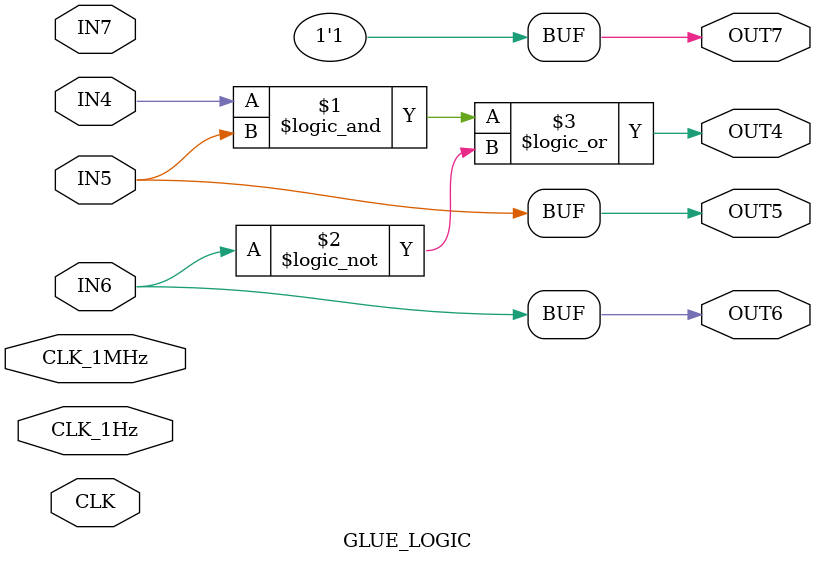
<source format=v>
module GLUE_LOGIC(
	input CLK,
	input CLK_1MHz,
	input CLK_1Hz,
	input IN4,
	input IN5,
	input IN6,
	input IN7,
	output wire OUT4,
	output wire OUT5,
	output wire OUT6, 
	output wire OUT7
	);
	//
	assign OUT4 = (IN4 && IN5) || !IN6;
	assign OUT5 = IN5;
	assign OUT6 = IN6;	
	assign OUT7 = 1;		
	//
endmodule
</source>
